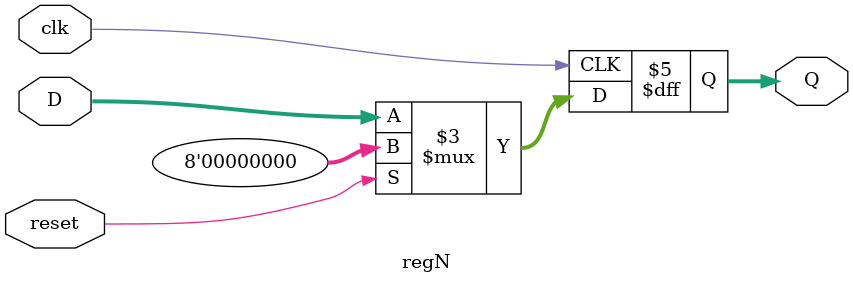
<source format=v>
module regN (reset, clk, D, Q);
input reset;
input clk;
parameter N = 8; 			//pode variar o N
input [N-1:0] D;
output [N-1:0] Q;
reg [N-1:0] Q;

always @(posedge clk)
	if(reset)
		Q = 0;
	else
		Q = D;
endmodule 
</source>
